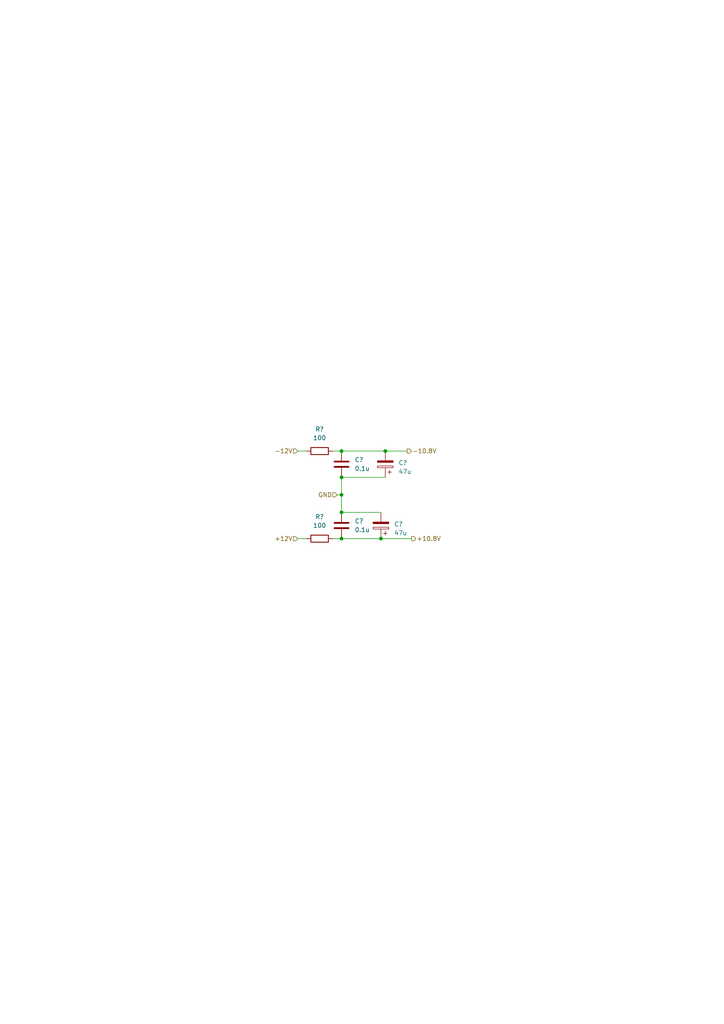
<source format=kicad_sch>
(kicad_sch (version 20230121) (generator eeschema)
  (paper "A4" portrait)
  (lib_symbols
    (symbol "Device:C" (pin_numbers hide) (pin_names (offset 0.254))
      (property "Reference" "C" (at 0.635 2.54 0))
      (property "Value" "C" (at 0.635 -2.54 0))
      (symbol "C_0_1"
        (polyline (pts (xy -2.032 -0.762) (xy 2.032 -0.762)) (stroke (width 0.508)))
        (polyline (pts (xy -2.032 0.762) (xy 2.032 0.762)) (stroke (width 0.508)))
      )
      (symbol "C_1_1"
        (pin passive line (at 0 3.81 270) (length 2.794) (name "~") (number "1"))
        (pin passive line (at 0 -3.81 90) (length 2.794) (name "~") (number "2"))
      )
    )
    (symbol "Device:C_Polarized" (pin_numbers hide) (pin_names (offset 0.254))
      (property "Reference" "C" (at 0.635 2.54 0))
      (property "Value" "C_Polarized" (at 0.635 -2.54 0))
      (symbol "C_Polarized_0_1"
        (rectangle (start -2.286 0.508) (end 2.286 1.016))
        (polyline (pts (xy -1.778 2.286) (xy -0.762 2.286)))
        (polyline (pts (xy -1.27 2.794) (xy -1.27 1.778)))
        (rectangle (start 2.286 -0.508) (end -2.286 -1.016) (fill (type outline)))
      )
      (symbol "C_Polarized_1_1"
        (pin passive line (at 0 3.81 270) (length 2.794) (name "~") (number "1"))
        (pin passive line (at 0 -3.81 90) (length 2.794) (name "~") (number "2"))
      )
    )
    (symbol "Device:R" (pin_numbers hide) (pin_names (offset 0))
      (property "Reference" "R" (at 2.032 0 90))
      (property "Value" "R" (at 0 0 90))
      (symbol "R_0_1"
        (rectangle (start -1.016 -2.54) (end 1.016 2.54) (stroke (width 0.254)))
      )
      (symbol "R_1_1"
        (pin passive line (at 0 3.81 270) (length 1.27) (name "~") (number "1"))
        (pin passive line (at 0 -3.81 90) (length 1.27) (name "~") (number "2"))
      )
    )
  )
  (junction (at 99.06 156.21))
  (junction (at 111.76 130.81))
  (junction (at 99.06 148.59))
  (junction (at 110.49 156.21))
  (junction (at 99.06 130.81))
  (junction (at 99.06 143.51))
  (junction (at 99.06 138.43))
  (wire (pts (xy 99.06 130.81) (xy 111.76 130.81)))
  (wire (pts (xy 86.36 156.21) (xy 88.9 156.21)))
  (wire (pts (xy 99.06 138.43) (xy 99.06 143.51)))
  (wire (pts (xy 99.06 143.51) (xy 99.06 148.59)))
  (wire (pts (xy 86.36 130.81) (xy 88.9 130.81)))
  (wire (pts (xy 110.49 156.21) (xy 119.38 156.21)))
  (wire (pts (xy 99.06 138.43) (xy 111.76 138.43)))
  (wire (pts (xy 96.52 130.81) (xy 99.06 130.81)))
  (wire (pts (xy 96.52 156.21) (xy 99.06 156.21)))
  (wire (pts (xy 111.76 130.81) (xy 118.11 130.81)))
  (wire (pts (xy 99.06 156.21) (xy 110.49 156.21)))
  (wire (pts (xy 99.06 148.59) (xy 110.49 148.59)))
  (wire (pts (xy 97.79 143.51) (xy 99.06 143.51)))
  (hierarchical_label "-10.8V" (shape output) (at 118.11 130.81 0))
  (hierarchical_label "+12V" (shape input) (at 86.36 156.21 180))
  (hierarchical_label "+10.8V" (shape output) (at 119.38 156.21 0))
  (hierarchical_label "GND" (shape input) (at 97.79 143.51 180))
  (hierarchical_label "-12V" (shape input) (at 86.36 130.81 180))
  (symbol (lib_id "Device:C") (at 99.06 134.62 0) (unit 1)
    (property "Reference" "C?" (at 102.87 133.3499 0) (effects (justify left)))
    (property "Value" "0.1u" (at 102.87 135.8899 0) (effects (justify left)))
  )
  (symbol (lib_id "Device:R") (at 92.71 130.81 90) (unit 1)
    (property "Reference" "R?" (at 92.71 124.46 90))
    (property "Value" "100" (at 92.71 127 90))
  )
  (symbol (lib_id "Device:C") (at 99.06 152.4 0) (unit 1)
    (property "Reference" "C?" (at 102.87 151.1299 0) (effects (justify left)))
    (property "Value" "0.1u" (at 102.87 153.6699 0) (effects (justify left)))
  )
  (symbol (lib_id "Device:C_Polarized") (at 110.49 152.4 180) (unit 1)
    (property "Reference" "C?" (at 114.3 152.0189 0) (effects (justify right)))
    (property "Value" "47u" (at 114.3 154.5589 0) (effects (justify right)))
  )
  (symbol (lib_id "Device:R") (at 92.71 156.21 90) (unit 1)
    (property "Reference" "R?" (at 92.71 149.86 90))
    (property "Value" "100" (at 92.71 152.4 90))
  )
  (symbol (lib_id "Device:C_Polarized") (at 111.76 134.62 180) (unit 1)
    (property "Reference" "C?" (at 115.57 134.2389 0) (effects (justify right)))
    (property "Value" "47u" (at 115.57 136.7789 0) (effects (justify right)))
  )
)
</source>
